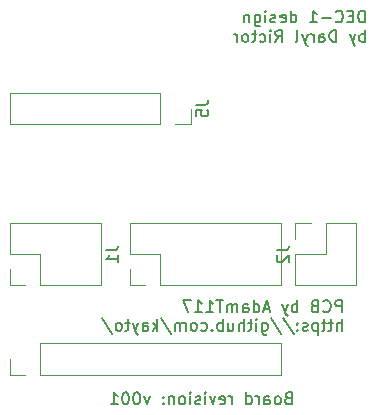
<source format=gbo>
G04 #@! TF.GenerationSoftware,KiCad,Pcbnew,(5.1.9)-1*
G04 #@! TF.CreationDate,2023-04-05T16:32:40+01:00*
G04 #@! TF.ProjectId,Memory Decoder,4d656d6f-7279-4204-9465-636f6465722e,rev?*
G04 #@! TF.SameCoordinates,Original*
G04 #@! TF.FileFunction,Legend,Bot*
G04 #@! TF.FilePolarity,Positive*
%FSLAX46Y46*%
G04 Gerber Fmt 4.6, Leading zero omitted, Abs format (unit mm)*
G04 Created by KiCad (PCBNEW (5.1.9)-1) date 2023-04-05 16:32:40*
%MOMM*%
%LPD*%
G01*
G04 APERTURE LIST*
%ADD10C,0.150000*%
%ADD11C,0.120000*%
%ADD12C,1.702000*%
%ADD13O,1.802000X1.802000*%
%ADD14O,1.702000X1.702000*%
G04 APERTURE END LIST*
D10*
X149329404Y-76702380D02*
X149329404Y-75702380D01*
X149091309Y-75702380D01*
X148948452Y-75750000D01*
X148853214Y-75845238D01*
X148805595Y-75940476D01*
X148757976Y-76130952D01*
X148757976Y-76273809D01*
X148805595Y-76464285D01*
X148853214Y-76559523D01*
X148948452Y-76654761D01*
X149091309Y-76702380D01*
X149329404Y-76702380D01*
X148329404Y-76178571D02*
X147996071Y-76178571D01*
X147853214Y-76702380D02*
X148329404Y-76702380D01*
X148329404Y-75702380D01*
X147853214Y-75702380D01*
X146853214Y-76607142D02*
X146900833Y-76654761D01*
X147043690Y-76702380D01*
X147138928Y-76702380D01*
X147281785Y-76654761D01*
X147377023Y-76559523D01*
X147424642Y-76464285D01*
X147472261Y-76273809D01*
X147472261Y-76130952D01*
X147424642Y-75940476D01*
X147377023Y-75845238D01*
X147281785Y-75750000D01*
X147138928Y-75702380D01*
X147043690Y-75702380D01*
X146900833Y-75750000D01*
X146853214Y-75797619D01*
X146424642Y-76321428D02*
X145662738Y-76321428D01*
X144662738Y-76702380D02*
X145234166Y-76702380D01*
X144948452Y-76702380D02*
X144948452Y-75702380D01*
X145043690Y-75845238D01*
X145138928Y-75940476D01*
X145234166Y-75988095D01*
X143043690Y-76702380D02*
X143043690Y-75702380D01*
X143043690Y-76654761D02*
X143138928Y-76702380D01*
X143329404Y-76702380D01*
X143424642Y-76654761D01*
X143472261Y-76607142D01*
X143519880Y-76511904D01*
X143519880Y-76226190D01*
X143472261Y-76130952D01*
X143424642Y-76083333D01*
X143329404Y-76035714D01*
X143138928Y-76035714D01*
X143043690Y-76083333D01*
X142186547Y-76654761D02*
X142281785Y-76702380D01*
X142472261Y-76702380D01*
X142567500Y-76654761D01*
X142615119Y-76559523D01*
X142615119Y-76178571D01*
X142567500Y-76083333D01*
X142472261Y-76035714D01*
X142281785Y-76035714D01*
X142186547Y-76083333D01*
X142138928Y-76178571D01*
X142138928Y-76273809D01*
X142615119Y-76369047D01*
X141757976Y-76654761D02*
X141662738Y-76702380D01*
X141472261Y-76702380D01*
X141377023Y-76654761D01*
X141329404Y-76559523D01*
X141329404Y-76511904D01*
X141377023Y-76416666D01*
X141472261Y-76369047D01*
X141615119Y-76369047D01*
X141710357Y-76321428D01*
X141757976Y-76226190D01*
X141757976Y-76178571D01*
X141710357Y-76083333D01*
X141615119Y-76035714D01*
X141472261Y-76035714D01*
X141377023Y-76083333D01*
X140900833Y-76702380D02*
X140900833Y-76035714D01*
X140900833Y-75702380D02*
X140948452Y-75750000D01*
X140900833Y-75797619D01*
X140853214Y-75750000D01*
X140900833Y-75702380D01*
X140900833Y-75797619D01*
X139996071Y-76035714D02*
X139996071Y-76845238D01*
X140043690Y-76940476D01*
X140091309Y-76988095D01*
X140186547Y-77035714D01*
X140329404Y-77035714D01*
X140424642Y-76988095D01*
X139996071Y-76654761D02*
X140091309Y-76702380D01*
X140281785Y-76702380D01*
X140377023Y-76654761D01*
X140424642Y-76607142D01*
X140472261Y-76511904D01*
X140472261Y-76226190D01*
X140424642Y-76130952D01*
X140377023Y-76083333D01*
X140281785Y-76035714D01*
X140091309Y-76035714D01*
X139996071Y-76083333D01*
X139519880Y-76035714D02*
X139519880Y-76702380D01*
X139519880Y-76130952D02*
X139472261Y-76083333D01*
X139377023Y-76035714D01*
X139234166Y-76035714D01*
X139138928Y-76083333D01*
X139091309Y-76178571D01*
X139091309Y-76702380D01*
X149329404Y-78352380D02*
X149329404Y-77352380D01*
X149329404Y-77733333D02*
X149234166Y-77685714D01*
X149043690Y-77685714D01*
X148948452Y-77733333D01*
X148900833Y-77780952D01*
X148853214Y-77876190D01*
X148853214Y-78161904D01*
X148900833Y-78257142D01*
X148948452Y-78304761D01*
X149043690Y-78352380D01*
X149234166Y-78352380D01*
X149329404Y-78304761D01*
X148519880Y-77685714D02*
X148281785Y-78352380D01*
X148043690Y-77685714D02*
X148281785Y-78352380D01*
X148377023Y-78590476D01*
X148424642Y-78638095D01*
X148519880Y-78685714D01*
X146900833Y-78352380D02*
X146900833Y-77352380D01*
X146662738Y-77352380D01*
X146519880Y-77400000D01*
X146424642Y-77495238D01*
X146377023Y-77590476D01*
X146329404Y-77780952D01*
X146329404Y-77923809D01*
X146377023Y-78114285D01*
X146424642Y-78209523D01*
X146519880Y-78304761D01*
X146662738Y-78352380D01*
X146900833Y-78352380D01*
X145472261Y-78352380D02*
X145472261Y-77828571D01*
X145519880Y-77733333D01*
X145615119Y-77685714D01*
X145805595Y-77685714D01*
X145900833Y-77733333D01*
X145472261Y-78304761D02*
X145567500Y-78352380D01*
X145805595Y-78352380D01*
X145900833Y-78304761D01*
X145948452Y-78209523D01*
X145948452Y-78114285D01*
X145900833Y-78019047D01*
X145805595Y-77971428D01*
X145567500Y-77971428D01*
X145472261Y-77923809D01*
X144996071Y-78352380D02*
X144996071Y-77685714D01*
X144996071Y-77876190D02*
X144948452Y-77780952D01*
X144900833Y-77733333D01*
X144805595Y-77685714D01*
X144710357Y-77685714D01*
X144472261Y-77685714D02*
X144234166Y-78352380D01*
X143996071Y-77685714D02*
X144234166Y-78352380D01*
X144329404Y-78590476D01*
X144377023Y-78638095D01*
X144472261Y-78685714D01*
X143472261Y-78352380D02*
X143567500Y-78304761D01*
X143615119Y-78209523D01*
X143615119Y-77352380D01*
X141757976Y-78352380D02*
X142091309Y-77876190D01*
X142329404Y-78352380D02*
X142329404Y-77352380D01*
X141948452Y-77352380D01*
X141853214Y-77400000D01*
X141805595Y-77447619D01*
X141757976Y-77542857D01*
X141757976Y-77685714D01*
X141805595Y-77780952D01*
X141853214Y-77828571D01*
X141948452Y-77876190D01*
X142329404Y-77876190D01*
X141329404Y-78352380D02*
X141329404Y-77685714D01*
X141329404Y-77352380D02*
X141377023Y-77400000D01*
X141329404Y-77447619D01*
X141281785Y-77400000D01*
X141329404Y-77352380D01*
X141329404Y-77447619D01*
X140424642Y-78304761D02*
X140519880Y-78352380D01*
X140710357Y-78352380D01*
X140805595Y-78304761D01*
X140853214Y-78257142D01*
X140900833Y-78161904D01*
X140900833Y-77876190D01*
X140853214Y-77780952D01*
X140805595Y-77733333D01*
X140710357Y-77685714D01*
X140519880Y-77685714D01*
X140424642Y-77733333D01*
X140138928Y-77685714D02*
X139757976Y-77685714D01*
X139996071Y-77352380D02*
X139996071Y-78209523D01*
X139948452Y-78304761D01*
X139853214Y-78352380D01*
X139757976Y-78352380D01*
X139281785Y-78352380D02*
X139377023Y-78304761D01*
X139424642Y-78257142D01*
X139472261Y-78161904D01*
X139472261Y-77876190D01*
X139424642Y-77780952D01*
X139377023Y-77733333D01*
X139281785Y-77685714D01*
X139138928Y-77685714D01*
X139043690Y-77733333D01*
X138996071Y-77780952D01*
X138948452Y-77876190D01*
X138948452Y-78161904D01*
X138996071Y-78257142D01*
X139043690Y-78304761D01*
X139138928Y-78352380D01*
X139281785Y-78352380D01*
X138519880Y-78352380D02*
X138519880Y-77685714D01*
X138519880Y-77876190D02*
X138472261Y-77780952D01*
X138424642Y-77733333D01*
X138329404Y-77685714D01*
X138234166Y-77685714D01*
X147379404Y-102802380D02*
X147379404Y-101802380D01*
X146950833Y-102802380D02*
X146950833Y-102278571D01*
X146998452Y-102183333D01*
X147093690Y-102135714D01*
X147236547Y-102135714D01*
X147331785Y-102183333D01*
X147379404Y-102230952D01*
X146617500Y-102135714D02*
X146236547Y-102135714D01*
X146474642Y-101802380D02*
X146474642Y-102659523D01*
X146427023Y-102754761D01*
X146331785Y-102802380D01*
X146236547Y-102802380D01*
X146046071Y-102135714D02*
X145665119Y-102135714D01*
X145903214Y-101802380D02*
X145903214Y-102659523D01*
X145855595Y-102754761D01*
X145760357Y-102802380D01*
X145665119Y-102802380D01*
X145331785Y-102135714D02*
X145331785Y-103135714D01*
X145331785Y-102183333D02*
X145236547Y-102135714D01*
X145046071Y-102135714D01*
X144950833Y-102183333D01*
X144903214Y-102230952D01*
X144855595Y-102326190D01*
X144855595Y-102611904D01*
X144903214Y-102707142D01*
X144950833Y-102754761D01*
X145046071Y-102802380D01*
X145236547Y-102802380D01*
X145331785Y-102754761D01*
X144474642Y-102754761D02*
X144379404Y-102802380D01*
X144188928Y-102802380D01*
X144093690Y-102754761D01*
X144046071Y-102659523D01*
X144046071Y-102611904D01*
X144093690Y-102516666D01*
X144188928Y-102469047D01*
X144331785Y-102469047D01*
X144427023Y-102421428D01*
X144474642Y-102326190D01*
X144474642Y-102278571D01*
X144427023Y-102183333D01*
X144331785Y-102135714D01*
X144188928Y-102135714D01*
X144093690Y-102183333D01*
X143617500Y-102707142D02*
X143569880Y-102754761D01*
X143617500Y-102802380D01*
X143665119Y-102754761D01*
X143617500Y-102707142D01*
X143617500Y-102802380D01*
X143617500Y-102183333D02*
X143569880Y-102230952D01*
X143617500Y-102278571D01*
X143665119Y-102230952D01*
X143617500Y-102183333D01*
X143617500Y-102278571D01*
X142427023Y-101754761D02*
X143284166Y-103040476D01*
X141379404Y-101754761D02*
X142236547Y-103040476D01*
X140617500Y-102135714D02*
X140617500Y-102945238D01*
X140665119Y-103040476D01*
X140712738Y-103088095D01*
X140807976Y-103135714D01*
X140950833Y-103135714D01*
X141046071Y-103088095D01*
X140617500Y-102754761D02*
X140712738Y-102802380D01*
X140903214Y-102802380D01*
X140998452Y-102754761D01*
X141046071Y-102707142D01*
X141093690Y-102611904D01*
X141093690Y-102326190D01*
X141046071Y-102230952D01*
X140998452Y-102183333D01*
X140903214Y-102135714D01*
X140712738Y-102135714D01*
X140617500Y-102183333D01*
X140141309Y-102802380D02*
X140141309Y-102135714D01*
X140141309Y-101802380D02*
X140188928Y-101850000D01*
X140141309Y-101897619D01*
X140093690Y-101850000D01*
X140141309Y-101802380D01*
X140141309Y-101897619D01*
X139807976Y-102135714D02*
X139427023Y-102135714D01*
X139665119Y-101802380D02*
X139665119Y-102659523D01*
X139617500Y-102754761D01*
X139522261Y-102802380D01*
X139427023Y-102802380D01*
X139093690Y-102802380D02*
X139093690Y-101802380D01*
X138665119Y-102802380D02*
X138665119Y-102278571D01*
X138712738Y-102183333D01*
X138807976Y-102135714D01*
X138950833Y-102135714D01*
X139046071Y-102183333D01*
X139093690Y-102230952D01*
X137760357Y-102135714D02*
X137760357Y-102802380D01*
X138188928Y-102135714D02*
X138188928Y-102659523D01*
X138141309Y-102754761D01*
X138046071Y-102802380D01*
X137903214Y-102802380D01*
X137807976Y-102754761D01*
X137760357Y-102707142D01*
X137284166Y-102802380D02*
X137284166Y-101802380D01*
X137284166Y-102183333D02*
X137188928Y-102135714D01*
X136998452Y-102135714D01*
X136903214Y-102183333D01*
X136855595Y-102230952D01*
X136807976Y-102326190D01*
X136807976Y-102611904D01*
X136855595Y-102707142D01*
X136903214Y-102754761D01*
X136998452Y-102802380D01*
X137188928Y-102802380D01*
X137284166Y-102754761D01*
X136379404Y-102707142D02*
X136331785Y-102754761D01*
X136379404Y-102802380D01*
X136427023Y-102754761D01*
X136379404Y-102707142D01*
X136379404Y-102802380D01*
X135474642Y-102754761D02*
X135569880Y-102802380D01*
X135760357Y-102802380D01*
X135855595Y-102754761D01*
X135903214Y-102707142D01*
X135950833Y-102611904D01*
X135950833Y-102326190D01*
X135903214Y-102230952D01*
X135855595Y-102183333D01*
X135760357Y-102135714D01*
X135569880Y-102135714D01*
X135474642Y-102183333D01*
X134903214Y-102802380D02*
X134998452Y-102754761D01*
X135046071Y-102707142D01*
X135093690Y-102611904D01*
X135093690Y-102326190D01*
X135046071Y-102230952D01*
X134998452Y-102183333D01*
X134903214Y-102135714D01*
X134760357Y-102135714D01*
X134665119Y-102183333D01*
X134617500Y-102230952D01*
X134569880Y-102326190D01*
X134569880Y-102611904D01*
X134617500Y-102707142D01*
X134665119Y-102754761D01*
X134760357Y-102802380D01*
X134903214Y-102802380D01*
X134141309Y-102802380D02*
X134141309Y-102135714D01*
X134141309Y-102230952D02*
X134093690Y-102183333D01*
X133998452Y-102135714D01*
X133855595Y-102135714D01*
X133760357Y-102183333D01*
X133712738Y-102278571D01*
X133712738Y-102802380D01*
X133712738Y-102278571D02*
X133665119Y-102183333D01*
X133569880Y-102135714D01*
X133427023Y-102135714D01*
X133331785Y-102183333D01*
X133284166Y-102278571D01*
X133284166Y-102802380D01*
X132093690Y-101754761D02*
X132950833Y-103040476D01*
X131760357Y-102802380D02*
X131760357Y-101802380D01*
X131665119Y-102421428D02*
X131379404Y-102802380D01*
X131379404Y-102135714D02*
X131760357Y-102516666D01*
X130522261Y-102802380D02*
X130522261Y-102278571D01*
X130569880Y-102183333D01*
X130665119Y-102135714D01*
X130855595Y-102135714D01*
X130950833Y-102183333D01*
X130522261Y-102754761D02*
X130617500Y-102802380D01*
X130855595Y-102802380D01*
X130950833Y-102754761D01*
X130998452Y-102659523D01*
X130998452Y-102564285D01*
X130950833Y-102469047D01*
X130855595Y-102421428D01*
X130617500Y-102421428D01*
X130522261Y-102373809D01*
X130141309Y-102135714D02*
X129903214Y-102802380D01*
X129665119Y-102135714D02*
X129903214Y-102802380D01*
X129998452Y-103040476D01*
X130046071Y-103088095D01*
X130141309Y-103135714D01*
X129427023Y-102135714D02*
X129046071Y-102135714D01*
X129284166Y-101802380D02*
X129284166Y-102659523D01*
X129236547Y-102754761D01*
X129141309Y-102802380D01*
X129046071Y-102802380D01*
X128569880Y-102802380D02*
X128665119Y-102754761D01*
X128712738Y-102707142D01*
X128760357Y-102611904D01*
X128760357Y-102326190D01*
X128712738Y-102230952D01*
X128665119Y-102183333D01*
X128569880Y-102135714D01*
X128427023Y-102135714D01*
X128331785Y-102183333D01*
X128284166Y-102230952D01*
X128236547Y-102326190D01*
X128236547Y-102611904D01*
X128284166Y-102707142D01*
X128331785Y-102754761D01*
X128427023Y-102802380D01*
X128569880Y-102802380D01*
X127093690Y-101754761D02*
X127950833Y-103040476D01*
X147379404Y-101227380D02*
X147379404Y-100227380D01*
X146998452Y-100227380D01*
X146903214Y-100275000D01*
X146855595Y-100322619D01*
X146807976Y-100417857D01*
X146807976Y-100560714D01*
X146855595Y-100655952D01*
X146903214Y-100703571D01*
X146998452Y-100751190D01*
X147379404Y-100751190D01*
X145807976Y-101132142D02*
X145855595Y-101179761D01*
X145998452Y-101227380D01*
X146093690Y-101227380D01*
X146236547Y-101179761D01*
X146331785Y-101084523D01*
X146379404Y-100989285D01*
X146427023Y-100798809D01*
X146427023Y-100655952D01*
X146379404Y-100465476D01*
X146331785Y-100370238D01*
X146236547Y-100275000D01*
X146093690Y-100227380D01*
X145998452Y-100227380D01*
X145855595Y-100275000D01*
X145807976Y-100322619D01*
X145046071Y-100703571D02*
X144903214Y-100751190D01*
X144855595Y-100798809D01*
X144807976Y-100894047D01*
X144807976Y-101036904D01*
X144855595Y-101132142D01*
X144903214Y-101179761D01*
X144998452Y-101227380D01*
X145379404Y-101227380D01*
X145379404Y-100227380D01*
X145046071Y-100227380D01*
X144950833Y-100275000D01*
X144903214Y-100322619D01*
X144855595Y-100417857D01*
X144855595Y-100513095D01*
X144903214Y-100608333D01*
X144950833Y-100655952D01*
X145046071Y-100703571D01*
X145379404Y-100703571D01*
X143617500Y-101227380D02*
X143617500Y-100227380D01*
X143617500Y-100608333D02*
X143522261Y-100560714D01*
X143331785Y-100560714D01*
X143236547Y-100608333D01*
X143188928Y-100655952D01*
X143141309Y-100751190D01*
X143141309Y-101036904D01*
X143188928Y-101132142D01*
X143236547Y-101179761D01*
X143331785Y-101227380D01*
X143522261Y-101227380D01*
X143617500Y-101179761D01*
X142807976Y-100560714D02*
X142569880Y-101227380D01*
X142331785Y-100560714D02*
X142569880Y-101227380D01*
X142665119Y-101465476D01*
X142712738Y-101513095D01*
X142807976Y-101560714D01*
X141236547Y-100941666D02*
X140760357Y-100941666D01*
X141331785Y-101227380D02*
X140998452Y-100227380D01*
X140665119Y-101227380D01*
X139903214Y-101227380D02*
X139903214Y-100227380D01*
X139903214Y-101179761D02*
X139998452Y-101227380D01*
X140188928Y-101227380D01*
X140284166Y-101179761D01*
X140331785Y-101132142D01*
X140379404Y-101036904D01*
X140379404Y-100751190D01*
X140331785Y-100655952D01*
X140284166Y-100608333D01*
X140188928Y-100560714D01*
X139998452Y-100560714D01*
X139903214Y-100608333D01*
X138998452Y-101227380D02*
X138998452Y-100703571D01*
X139046071Y-100608333D01*
X139141309Y-100560714D01*
X139331785Y-100560714D01*
X139427023Y-100608333D01*
X138998452Y-101179761D02*
X139093690Y-101227380D01*
X139331785Y-101227380D01*
X139427023Y-101179761D01*
X139474642Y-101084523D01*
X139474642Y-100989285D01*
X139427023Y-100894047D01*
X139331785Y-100846428D01*
X139093690Y-100846428D01*
X138998452Y-100798809D01*
X138522261Y-101227380D02*
X138522261Y-100560714D01*
X138522261Y-100655952D02*
X138474642Y-100608333D01*
X138379404Y-100560714D01*
X138236547Y-100560714D01*
X138141309Y-100608333D01*
X138093690Y-100703571D01*
X138093690Y-101227380D01*
X138093690Y-100703571D02*
X138046071Y-100608333D01*
X137950833Y-100560714D01*
X137807976Y-100560714D01*
X137712738Y-100608333D01*
X137665119Y-100703571D01*
X137665119Y-101227380D01*
X137331785Y-100227380D02*
X136760357Y-100227380D01*
X137046071Y-101227380D02*
X137046071Y-100227380D01*
X135903214Y-101227380D02*
X136474642Y-101227380D01*
X136188928Y-101227380D02*
X136188928Y-100227380D01*
X136284166Y-100370238D01*
X136379404Y-100465476D01*
X136474642Y-100513095D01*
X134950833Y-101227380D02*
X135522261Y-101227380D01*
X135236547Y-101227380D02*
X135236547Y-100227380D01*
X135331785Y-100370238D01*
X135427023Y-100465476D01*
X135522261Y-100513095D01*
X134617500Y-100227380D02*
X133950833Y-100227380D01*
X134379404Y-101227380D01*
X142821071Y-108503571D02*
X142678214Y-108551190D01*
X142630595Y-108598809D01*
X142582976Y-108694047D01*
X142582976Y-108836904D01*
X142630595Y-108932142D01*
X142678214Y-108979761D01*
X142773452Y-109027380D01*
X143154404Y-109027380D01*
X143154404Y-108027380D01*
X142821071Y-108027380D01*
X142725833Y-108075000D01*
X142678214Y-108122619D01*
X142630595Y-108217857D01*
X142630595Y-108313095D01*
X142678214Y-108408333D01*
X142725833Y-108455952D01*
X142821071Y-108503571D01*
X143154404Y-108503571D01*
X142011547Y-109027380D02*
X142106785Y-108979761D01*
X142154404Y-108932142D01*
X142202023Y-108836904D01*
X142202023Y-108551190D01*
X142154404Y-108455952D01*
X142106785Y-108408333D01*
X142011547Y-108360714D01*
X141868690Y-108360714D01*
X141773452Y-108408333D01*
X141725833Y-108455952D01*
X141678214Y-108551190D01*
X141678214Y-108836904D01*
X141725833Y-108932142D01*
X141773452Y-108979761D01*
X141868690Y-109027380D01*
X142011547Y-109027380D01*
X140821071Y-109027380D02*
X140821071Y-108503571D01*
X140868690Y-108408333D01*
X140963928Y-108360714D01*
X141154404Y-108360714D01*
X141249642Y-108408333D01*
X140821071Y-108979761D02*
X140916309Y-109027380D01*
X141154404Y-109027380D01*
X141249642Y-108979761D01*
X141297261Y-108884523D01*
X141297261Y-108789285D01*
X141249642Y-108694047D01*
X141154404Y-108646428D01*
X140916309Y-108646428D01*
X140821071Y-108598809D01*
X140344880Y-109027380D02*
X140344880Y-108360714D01*
X140344880Y-108551190D02*
X140297261Y-108455952D01*
X140249642Y-108408333D01*
X140154404Y-108360714D01*
X140059166Y-108360714D01*
X139297261Y-109027380D02*
X139297261Y-108027380D01*
X139297261Y-108979761D02*
X139392500Y-109027380D01*
X139582976Y-109027380D01*
X139678214Y-108979761D01*
X139725833Y-108932142D01*
X139773452Y-108836904D01*
X139773452Y-108551190D01*
X139725833Y-108455952D01*
X139678214Y-108408333D01*
X139582976Y-108360714D01*
X139392500Y-108360714D01*
X139297261Y-108408333D01*
X138059166Y-109027380D02*
X138059166Y-108360714D01*
X138059166Y-108551190D02*
X138011547Y-108455952D01*
X137963928Y-108408333D01*
X137868690Y-108360714D01*
X137773452Y-108360714D01*
X137059166Y-108979761D02*
X137154404Y-109027380D01*
X137344880Y-109027380D01*
X137440119Y-108979761D01*
X137487738Y-108884523D01*
X137487738Y-108503571D01*
X137440119Y-108408333D01*
X137344880Y-108360714D01*
X137154404Y-108360714D01*
X137059166Y-108408333D01*
X137011547Y-108503571D01*
X137011547Y-108598809D01*
X137487738Y-108694047D01*
X136678214Y-108360714D02*
X136440119Y-109027380D01*
X136202023Y-108360714D01*
X135821071Y-109027380D02*
X135821071Y-108360714D01*
X135821071Y-108027380D02*
X135868690Y-108075000D01*
X135821071Y-108122619D01*
X135773452Y-108075000D01*
X135821071Y-108027380D01*
X135821071Y-108122619D01*
X135392500Y-108979761D02*
X135297261Y-109027380D01*
X135106785Y-109027380D01*
X135011547Y-108979761D01*
X134963928Y-108884523D01*
X134963928Y-108836904D01*
X135011547Y-108741666D01*
X135106785Y-108694047D01*
X135249642Y-108694047D01*
X135344880Y-108646428D01*
X135392500Y-108551190D01*
X135392500Y-108503571D01*
X135344880Y-108408333D01*
X135249642Y-108360714D01*
X135106785Y-108360714D01*
X135011547Y-108408333D01*
X134535357Y-109027380D02*
X134535357Y-108360714D01*
X134535357Y-108027380D02*
X134582976Y-108075000D01*
X134535357Y-108122619D01*
X134487738Y-108075000D01*
X134535357Y-108027380D01*
X134535357Y-108122619D01*
X133916309Y-109027380D02*
X134011547Y-108979761D01*
X134059166Y-108932142D01*
X134106785Y-108836904D01*
X134106785Y-108551190D01*
X134059166Y-108455952D01*
X134011547Y-108408333D01*
X133916309Y-108360714D01*
X133773452Y-108360714D01*
X133678214Y-108408333D01*
X133630595Y-108455952D01*
X133582976Y-108551190D01*
X133582976Y-108836904D01*
X133630595Y-108932142D01*
X133678214Y-108979761D01*
X133773452Y-109027380D01*
X133916309Y-109027380D01*
X133154404Y-108360714D02*
X133154404Y-109027380D01*
X133154404Y-108455952D02*
X133106785Y-108408333D01*
X133011547Y-108360714D01*
X132868690Y-108360714D01*
X132773452Y-108408333D01*
X132725833Y-108503571D01*
X132725833Y-109027380D01*
X132249642Y-108932142D02*
X132202023Y-108979761D01*
X132249642Y-109027380D01*
X132297261Y-108979761D01*
X132249642Y-108932142D01*
X132249642Y-109027380D01*
X132249642Y-108408333D02*
X132202023Y-108455952D01*
X132249642Y-108503571D01*
X132297261Y-108455952D01*
X132249642Y-108408333D01*
X132249642Y-108503571D01*
X131106785Y-108360714D02*
X130868690Y-109027380D01*
X130630595Y-108360714D01*
X130059166Y-108027380D02*
X129963928Y-108027380D01*
X129868690Y-108075000D01*
X129821071Y-108122619D01*
X129773452Y-108217857D01*
X129725833Y-108408333D01*
X129725833Y-108646428D01*
X129773452Y-108836904D01*
X129821071Y-108932142D01*
X129868690Y-108979761D01*
X129963928Y-109027380D01*
X130059166Y-109027380D01*
X130154404Y-108979761D01*
X130202023Y-108932142D01*
X130249642Y-108836904D01*
X130297261Y-108646428D01*
X130297261Y-108408333D01*
X130249642Y-108217857D01*
X130202023Y-108122619D01*
X130154404Y-108075000D01*
X130059166Y-108027380D01*
X129106785Y-108027380D02*
X129011547Y-108027380D01*
X128916309Y-108075000D01*
X128868690Y-108122619D01*
X128821071Y-108217857D01*
X128773452Y-108408333D01*
X128773452Y-108646428D01*
X128821071Y-108836904D01*
X128868690Y-108932142D01*
X128916309Y-108979761D01*
X129011547Y-109027380D01*
X129106785Y-109027380D01*
X129202023Y-108979761D01*
X129249642Y-108932142D01*
X129297261Y-108836904D01*
X129344880Y-108646428D01*
X129344880Y-108408333D01*
X129297261Y-108217857D01*
X129249642Y-108122619D01*
X129202023Y-108075000D01*
X129106785Y-108027380D01*
X127821071Y-109027380D02*
X128392500Y-109027380D01*
X128106785Y-109027380D02*
X128106785Y-108027380D01*
X128202023Y-108170238D01*
X128297261Y-108265476D01*
X128392500Y-108313095D01*
D11*
X119250000Y-97595000D02*
X119250000Y-98925000D01*
X119250000Y-98925000D02*
X120580000Y-98925000D01*
X119250000Y-96325000D02*
X121850000Y-96325000D01*
X121850000Y-96325000D02*
X121850000Y-98925000D01*
X121850000Y-98925000D02*
X126990000Y-98925000D01*
X126990000Y-93725000D02*
X126990000Y-98925000D01*
X119250000Y-93725000D02*
X126990000Y-93725000D01*
X119250000Y-93725000D02*
X119250000Y-96325000D01*
X119250000Y-105215000D02*
X119250000Y-106545000D01*
X119250000Y-106545000D02*
X120580000Y-106545000D01*
X121850000Y-106545000D02*
X142230000Y-106545000D01*
X142230000Y-103885000D02*
X142230000Y-106545000D01*
X121850000Y-103885000D02*
X142230000Y-103885000D01*
X121850000Y-103885000D02*
X121850000Y-106545000D01*
X119250000Y-85325000D02*
X119250000Y-82665000D01*
X132010000Y-85325000D02*
X119250000Y-85325000D01*
X132010000Y-82665000D02*
X119250000Y-82665000D01*
X132010000Y-85325000D02*
X132010000Y-82665000D01*
X133280000Y-85325000D02*
X134610000Y-85325000D01*
X134610000Y-85325000D02*
X134610000Y-83995000D01*
X129410000Y-93725000D02*
X129410000Y-96325000D01*
X129410000Y-93725000D02*
X142230000Y-93725000D01*
X142230000Y-93725000D02*
X142230000Y-98925000D01*
X132010000Y-98925000D02*
X142230000Y-98925000D01*
X132010000Y-96325000D02*
X132010000Y-98925000D01*
X129410000Y-96325000D02*
X132010000Y-96325000D01*
X129410000Y-98925000D02*
X130740000Y-98925000D01*
X129410000Y-97595000D02*
X129410000Y-98925000D01*
X148615000Y-93725000D02*
X148615000Y-98925000D01*
X146015000Y-93725000D02*
X148615000Y-93725000D01*
X143415000Y-98925000D02*
X148615000Y-98925000D01*
X146015000Y-93725000D02*
X146015000Y-96325000D01*
X146015000Y-96325000D02*
X143415000Y-96325000D01*
X143415000Y-96325000D02*
X143415000Y-98925000D01*
X144745000Y-93725000D02*
X143415000Y-93725000D01*
X143415000Y-93725000D02*
X143415000Y-95055000D01*
D10*
X135062380Y-83661666D02*
X135776666Y-83661666D01*
X135919523Y-83614047D01*
X136014761Y-83518809D01*
X136062380Y-83375952D01*
X136062380Y-83280714D01*
X135062380Y-84614047D02*
X135062380Y-84137857D01*
X135538571Y-84090238D01*
X135490952Y-84137857D01*
X135443333Y-84233095D01*
X135443333Y-84471190D01*
X135490952Y-84566428D01*
X135538571Y-84614047D01*
X135633809Y-84661666D01*
X135871904Y-84661666D01*
X135967142Y-84614047D01*
X136014761Y-84566428D01*
X136062380Y-84471190D01*
X136062380Y-84233095D01*
X136014761Y-84137857D01*
X135967142Y-84090238D01*
X127422380Y-95991666D02*
X128136666Y-95991666D01*
X128279523Y-95944047D01*
X128374761Y-95848809D01*
X128422380Y-95705952D01*
X128422380Y-95610714D01*
X128422380Y-96991666D02*
X128422380Y-96420238D01*
X128422380Y-96705952D02*
X127422380Y-96705952D01*
X127565238Y-96610714D01*
X127660476Y-96515476D01*
X127708095Y-96420238D01*
X141867380Y-95991666D02*
X142581666Y-95991666D01*
X142724523Y-95944047D01*
X142819761Y-95848809D01*
X142867380Y-95705952D01*
X142867380Y-95610714D01*
X141962619Y-96420238D02*
X141915000Y-96467857D01*
X141867380Y-96563095D01*
X141867380Y-96801190D01*
X141915000Y-96896428D01*
X141962619Y-96944047D01*
X142057857Y-96991666D01*
X142153095Y-96991666D01*
X142295952Y-96944047D01*
X142867380Y-96372619D01*
X142867380Y-96991666D01*
%LPC*%
D12*
X147315000Y-105255000D03*
X147315000Y-107755000D03*
G36*
G01*
X119730000Y-96694000D02*
X121430000Y-96694000D01*
G75*
G02*
X121481000Y-96745000I0J-51000D01*
G01*
X121481000Y-98445000D01*
G75*
G02*
X121430000Y-98496000I-51000J0D01*
G01*
X119730000Y-98496000D01*
G75*
G02*
X119679000Y-98445000I0J51000D01*
G01*
X119679000Y-96745000D01*
G75*
G02*
X119730000Y-96694000I51000J0D01*
G01*
G37*
D13*
X120580000Y-95055000D03*
X123120000Y-97595000D03*
X123120000Y-95055000D03*
X125660000Y-97595000D03*
X125660000Y-95055000D03*
G36*
G01*
X147720000Y-80424000D02*
X149320000Y-80424000D01*
G75*
G02*
X149371000Y-80475000I0J-51000D01*
G01*
X149371000Y-82075000D01*
G75*
G02*
X149320000Y-82126000I-51000J0D01*
G01*
X147720000Y-82126000D01*
G75*
G02*
X147669000Y-82075000I0J51000D01*
G01*
X147669000Y-80475000D01*
G75*
G02*
X147720000Y-80424000I51000J0D01*
G01*
G37*
D14*
X120580000Y-88895000D03*
X145980000Y-81275000D03*
X123120000Y-88895000D03*
X143440000Y-81275000D03*
X125660000Y-88895000D03*
X140900000Y-81275000D03*
X128200000Y-88895000D03*
X138360000Y-81275000D03*
X130740000Y-88895000D03*
X135820000Y-81275000D03*
X133280000Y-88895000D03*
X133280000Y-81275000D03*
X135820000Y-88895000D03*
X130740000Y-81275000D03*
X138360000Y-88895000D03*
X128200000Y-81275000D03*
X140900000Y-88895000D03*
X125660000Y-81275000D03*
X143440000Y-88895000D03*
X123120000Y-81275000D03*
X145980000Y-88895000D03*
X120580000Y-81275000D03*
X148520000Y-88895000D03*
G36*
G01*
X119730000Y-104314000D02*
X121430000Y-104314000D01*
G75*
G02*
X121481000Y-104365000I0J-51000D01*
G01*
X121481000Y-106065000D01*
G75*
G02*
X121430000Y-106116000I-51000J0D01*
G01*
X119730000Y-106116000D01*
G75*
G02*
X119679000Y-106065000I0J51000D01*
G01*
X119679000Y-104365000D01*
G75*
G02*
X119730000Y-104314000I51000J0D01*
G01*
G37*
D13*
X123120000Y-105215000D03*
X125660000Y-105215000D03*
X128200000Y-105215000D03*
X130740000Y-105215000D03*
X133280000Y-105215000D03*
X135820000Y-105215000D03*
X138360000Y-105215000D03*
X140900000Y-105215000D03*
G36*
G01*
X108366000Y-91650000D02*
X108366000Y-93250000D01*
G75*
G02*
X108315000Y-93301000I-51000J0D01*
G01*
X106715000Y-93301000D01*
G75*
G02*
X106664000Y-93250000I0J51000D01*
G01*
X106664000Y-91650000D01*
G75*
G02*
X106715000Y-91599000I51000J0D01*
G01*
X108315000Y-91599000D01*
G75*
G02*
X108366000Y-91650000I0J-51000D01*
G01*
G37*
D14*
X99895000Y-84830000D03*
X107515000Y-89910000D03*
X99895000Y-87370000D03*
X107515000Y-87370000D03*
X99895000Y-89910000D03*
X107515000Y-84830000D03*
X99895000Y-92450000D03*
G36*
G01*
X108366000Y-105825000D02*
X108366000Y-107425000D01*
G75*
G02*
X108315000Y-107476000I-51000J0D01*
G01*
X106715000Y-107476000D01*
G75*
G02*
X106664000Y-107425000I0J51000D01*
G01*
X106664000Y-105825000D01*
G75*
G02*
X106715000Y-105774000I51000J0D01*
G01*
X108315000Y-105774000D01*
G75*
G02*
X108366000Y-105825000I0J-51000D01*
G01*
G37*
X99895000Y-99005000D03*
X107515000Y-104085000D03*
X99895000Y-101545000D03*
X107515000Y-101545000D03*
X99895000Y-104085000D03*
X107515000Y-99005000D03*
X99895000Y-106625000D03*
G36*
G01*
X112515000Y-75924000D02*
X114215000Y-75924000D01*
G75*
G02*
X114266000Y-75975000I0J-51000D01*
G01*
X114266000Y-77675000D01*
G75*
G02*
X114215000Y-77726000I-51000J0D01*
G01*
X112515000Y-77726000D01*
G75*
G02*
X112464000Y-77675000I0J51000D01*
G01*
X112464000Y-75975000D01*
G75*
G02*
X112515000Y-75924000I51000J0D01*
G01*
G37*
D13*
X110825000Y-76825000D03*
X108285000Y-76825000D03*
X105745000Y-76825000D03*
X103205000Y-76825000D03*
G36*
G01*
X121430000Y-77676000D02*
X119730000Y-77676000D01*
G75*
G02*
X119679000Y-77625000I0J51000D01*
G01*
X119679000Y-75925000D01*
G75*
G02*
X119730000Y-75874000I51000J0D01*
G01*
X121430000Y-75874000D01*
G75*
G02*
X121481000Y-75925000I0J-51000D01*
G01*
X121481000Y-77625000D01*
G75*
G02*
X121430000Y-77676000I-51000J0D01*
G01*
G37*
X123120000Y-76775000D03*
X125660000Y-76775000D03*
X128200000Y-76775000D03*
G36*
G01*
X134130000Y-84896000D02*
X132430000Y-84896000D01*
G75*
G02*
X132379000Y-84845000I0J51000D01*
G01*
X132379000Y-83145000D01*
G75*
G02*
X132430000Y-83094000I51000J0D01*
G01*
X134130000Y-83094000D01*
G75*
G02*
X134181000Y-83145000I0J-51000D01*
G01*
X134181000Y-84845000D01*
G75*
G02*
X134130000Y-84896000I-51000J0D01*
G01*
G37*
X130740000Y-83995000D03*
X128200000Y-83995000D03*
X125660000Y-83995000D03*
X123120000Y-83995000D03*
X120580000Y-83995000D03*
G36*
G01*
X129890000Y-96694000D02*
X131590000Y-96694000D01*
G75*
G02*
X131641000Y-96745000I0J-51000D01*
G01*
X131641000Y-98445000D01*
G75*
G02*
X131590000Y-98496000I-51000J0D01*
G01*
X129890000Y-98496000D01*
G75*
G02*
X129839000Y-98445000I0J51000D01*
G01*
X129839000Y-96745000D01*
G75*
G02*
X129890000Y-96694000I51000J0D01*
G01*
G37*
X130740000Y-95055000D03*
X133280000Y-97595000D03*
X133280000Y-95055000D03*
X135820000Y-97595000D03*
X135820000Y-95055000D03*
X138360000Y-97595000D03*
X138360000Y-95055000D03*
X140900000Y-97595000D03*
X140900000Y-95055000D03*
G36*
G01*
X143895000Y-94154000D02*
X145595000Y-94154000D01*
G75*
G02*
X145646000Y-94205000I0J-51000D01*
G01*
X145646000Y-95905000D01*
G75*
G02*
X145595000Y-95956000I-51000J0D01*
G01*
X143895000Y-95956000D01*
G75*
G02*
X143844000Y-95905000I0J51000D01*
G01*
X143844000Y-94205000D01*
G75*
G02*
X143895000Y-94154000I51000J0D01*
G01*
G37*
X144745000Y-97595000D03*
X147285000Y-95055000D03*
X147285000Y-97595000D03*
M02*

</source>
